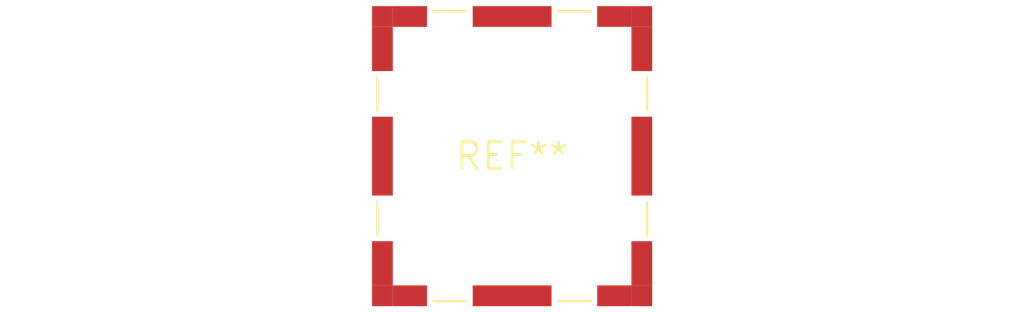
<source format=kicad_pcb>
(kicad_pcb (version 20240108) (generator pcbnew)
  (layers (0 "F.Cu" signal) (31 "B.Cu" signal) (34 "B.Paste" user) (35 "F.Paste" user) (36 "B.SilkS" user "B.Silkscreen") (37 "F.SilkS" user "F.Silkscreen") (38 "B.Mask" user) (39 "F.Mask" user) (44 "Edge.Cuts" user))
  (net 0 "")
  (footprint "Laird_Technologies_BMI-S-201-F_13.66x12.70mm" (layer "F.Cu") (at 0 0)
    (property "Reference" "REF**")
    (property "Value" "Laird_Technologies_BMI-S-201-F_13.66x12.70mm")
    (fp_line (start -6.5 -3.8) (end -6.5 -2.2) (layer "F.SilkS") (stroke (width 0.12)))
    (fp_line (start -6.5 2.2) (end -6.5 3.8) (layer "F.SilkS") (stroke (width 0.12)))
    (fp_line (start -3.8 -6.98) (end -2.2 -6.98) (layer "F.SilkS") (stroke (width 0.12)))
    (fp_line (start -3.8 6.98) (end -2.2 6.98) (layer "F.SilkS") (stroke (width 0.12)))
    (fp_line (start 2.2 -6.98) (end 3.8 -6.98) (layer "F.SilkS") (stroke (width 0.12)))
    (fp_line (start 2.2 6.98) (end 3.8 6.98) (layer "F.SilkS") (stroke (width 0.12)))
    (fp_line (start 6.5 -3.8) (end 6.5 -2.2) (layer "F.SilkS") (stroke (width 0.12)))
    (fp_line (start 6.5 2.2) (end 6.5 3.8) (layer "F.SilkS") (stroke (width 0.12)))
    (pad "1" smd rect (at -6.25 -6.73) (size 1 1) (layers "F.Cu" "F.Paste" "F.Mask"))
    (pad "1" smd rect (at -6.25 -5.165) (size 1 2.13) (layers "F.Cu" "F.Paste" "F.Mask"))
    (pad "1" smd rect (at -6.25 0) (size 1 3.8) (layers "F.Cu" "F.Paste" "F.Mask"))
    (pad "1" smd rect (at -6.25 5.165) (size 1 2.13) (layers "F.Cu" "F.Paste" "F.Mask"))
    (pad "1" smd rect (at -6.25 6.73) (size 1 1) (layers "F.Cu" "F.Paste" "F.Mask"))
    (pad "1" smd rect (at -4.925 -6.73) (size 1.65 1) (layers "F.Cu" "F.Paste" "F.Mask"))
    (pad "1" smd rect (at -4.925 6.73) (size 1.65 1) (layers "F.Cu" "F.Paste" "F.Mask"))
    (pad "1" smd rect (at 0 -6.73) (size 3.8 1) (layers "F.Cu" "F.Paste" "F.Mask"))
    (pad "1" smd rect (at 0 6.73) (size 3.8 1) (layers "F.Cu" "F.Paste" "F.Mask"))
    (pad "1" smd rect (at 4.925 -6.73) (size 1.65 1) (layers "F.Cu" "F.Paste" "F.Mask"))
    (pad "1" smd rect (at 4.925 6.73) (size 1.65 1) (layers "F.Cu" "F.Paste" "F.Mask"))
    (pad "1" smd rect (at 6.25 -6.73) (size 1 1) (layers "F.Cu" "F.Paste" "F.Mask"))
    (pad "1" smd rect (at 6.25 -5.165) (size 1 2.13) (layers "F.Cu" "F.Paste" "F.Mask"))
    (pad "1" smd rect (at 6.25 0) (size 1 3.8) (layers "F.Cu" "F.Paste" "F.Mask"))
    (pad "1" smd rect (at 6.25 5.165) (size 1 2.13) (layers "F.Cu" "F.Paste" "F.Mask"))
    (pad "1" smd rect (at 6.25 6.73) (size 1 1) (layers "F.Cu" "F.Paste" "F.Mask"))
  )
)
</source>
